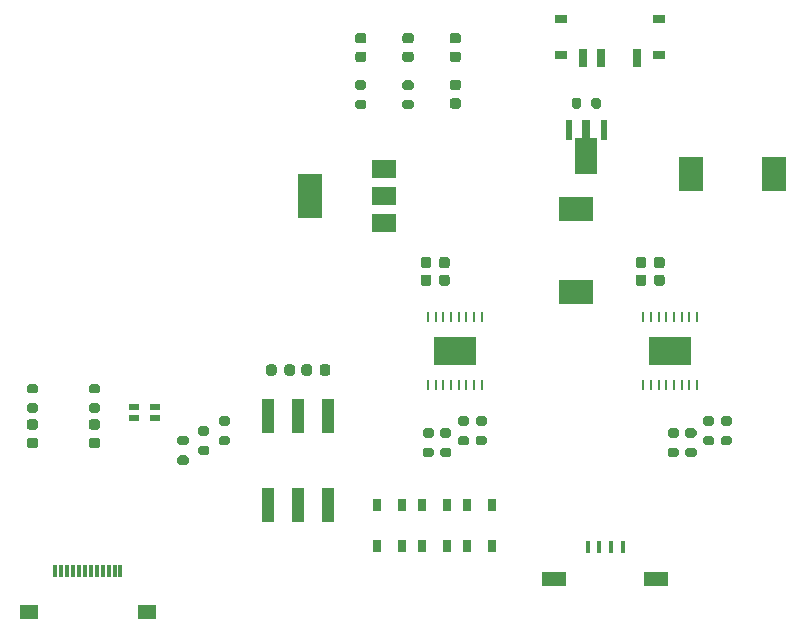
<source format=gbr>
%TF.GenerationSoftware,KiCad,Pcbnew,(5.1.10)-1*%
%TF.CreationDate,2022-02-04T20:39:48+09:00*%
%TF.ProjectId,Power,506f7765-722e-46b6-9963-61645f706362,rev?*%
%TF.SameCoordinates,Original*%
%TF.FileFunction,Paste,Top*%
%TF.FilePolarity,Positive*%
%FSLAX46Y46*%
G04 Gerber Fmt 4.6, Leading zero omitted, Abs format (unit mm)*
G04 Created by KiCad (PCBNEW (5.1.10)-1) date 2022-02-04 20:39:48*
%MOMM*%
%LPD*%
G01*
G04 APERTURE LIST*
%ADD10R,1.000000X0.800000*%
%ADD11R,0.700000X1.500000*%
%ADD12R,0.580000X1.730000*%
%ADD13R,0.760000X1.500000*%
%ADD14R,1.933000X3.030000*%
%ADD15R,2.000000X3.000000*%
%ADD16R,3.000000X2.000000*%
%ADD17R,0.850000X0.500000*%
%ADD18R,2.000000X1.300000*%
%ADD19R,0.400000X1.000000*%
%ADD20R,1.000000X3.000000*%
%ADD21R,0.650000X1.050000*%
%ADD22R,2.000000X3.800000*%
%ADD23R,2.000000X1.500000*%
%ADD24R,3.550000X2.460000*%
%ADD25R,0.290000X0.970000*%
%ADD26R,0.300000X1.000000*%
%ADD27R,1.650000X1.300000*%
G04 APERTURE END LIST*
D10*
%TO.C,SW1*%
X22550000Y23100000D03*
X22550000Y26100000D03*
X14250000Y26100000D03*
X14250000Y23100000D03*
D11*
X20650000Y22850000D03*
X17650000Y22850000D03*
X16150000Y22850000D03*
%TD*%
D12*
%TO.C,Q1*%
X14900000Y16692500D03*
D13*
X16400000Y16807500D03*
D12*
X17900000Y16692500D03*
D14*
X16400000Y14542500D03*
%TD*%
D15*
%TO.C,C15*%
X32250000Y13000000D03*
X25250000Y13000000D03*
%TD*%
D16*
%TO.C,C17*%
X15500000Y3000000D03*
X15500000Y10000000D03*
%TD*%
%TO.C,C7*%
G36*
G01*
X-6825000Y-3350000D02*
X-6825000Y-3850000D01*
G75*
G02*
X-7050000Y-4075000I-225000J0D01*
G01*
X-7500000Y-4075000D01*
G75*
G02*
X-7725000Y-3850000I0J225000D01*
G01*
X-7725000Y-3350000D01*
G75*
G02*
X-7500000Y-3125000I225000J0D01*
G01*
X-7050000Y-3125000D01*
G75*
G02*
X-6825000Y-3350000I0J-225000D01*
G01*
G37*
G36*
G01*
X-5275000Y-3350000D02*
X-5275000Y-3850000D01*
G75*
G02*
X-5500000Y-4075000I-225000J0D01*
G01*
X-5950000Y-4075000D01*
G75*
G02*
X-6175000Y-3850000I0J225000D01*
G01*
X-6175000Y-3350000D01*
G75*
G02*
X-5950000Y-3125000I225000J0D01*
G01*
X-5500000Y-3125000D01*
G75*
G02*
X-5275000Y-3350000I0J-225000D01*
G01*
G37*
%TD*%
%TO.C,C10*%
G36*
G01*
X-9175000Y-3850000D02*
X-9175000Y-3350000D01*
G75*
G02*
X-8950000Y-3125000I225000J0D01*
G01*
X-8500000Y-3125000D01*
G75*
G02*
X-8275000Y-3350000I0J-225000D01*
G01*
X-8275000Y-3850000D01*
G75*
G02*
X-8500000Y-4075000I-225000J0D01*
G01*
X-8950000Y-4075000D01*
G75*
G02*
X-9175000Y-3850000I0J225000D01*
G01*
G37*
G36*
G01*
X-10725000Y-3850000D02*
X-10725000Y-3350000D01*
G75*
G02*
X-10500000Y-3125000I225000J0D01*
G01*
X-10050000Y-3125000D01*
G75*
G02*
X-9825000Y-3350000I0J-225000D01*
G01*
X-9825000Y-3850000D01*
G75*
G02*
X-10050000Y-4075000I-225000J0D01*
G01*
X-10500000Y-4075000D01*
G75*
G02*
X-10725000Y-3850000I0J225000D01*
G01*
G37*
%TD*%
%TO.C,C14*%
G36*
G01*
X23025000Y5750000D02*
X23025000Y5250000D01*
G75*
G02*
X22800000Y5025000I-225000J0D01*
G01*
X22350000Y5025000D01*
G75*
G02*
X22125000Y5250000I0J225000D01*
G01*
X22125000Y5750000D01*
G75*
G02*
X22350000Y5975000I225000J0D01*
G01*
X22800000Y5975000D01*
G75*
G02*
X23025000Y5750000I0J-225000D01*
G01*
G37*
G36*
G01*
X21475000Y5750000D02*
X21475000Y5250000D01*
G75*
G02*
X21250000Y5025000I-225000J0D01*
G01*
X20800000Y5025000D01*
G75*
G02*
X20575000Y5250000I0J225000D01*
G01*
X20575000Y5750000D01*
G75*
G02*
X20800000Y5975000I225000J0D01*
G01*
X21250000Y5975000D01*
G75*
G02*
X21475000Y5750000I0J-225000D01*
G01*
G37*
%TD*%
%TO.C,C16*%
G36*
G01*
X4825000Y5750000D02*
X4825000Y5250000D01*
G75*
G02*
X4600000Y5025000I-225000J0D01*
G01*
X4150000Y5025000D01*
G75*
G02*
X3925000Y5250000I0J225000D01*
G01*
X3925000Y5750000D01*
G75*
G02*
X4150000Y5975000I225000J0D01*
G01*
X4600000Y5975000D01*
G75*
G02*
X4825000Y5750000I0J-225000D01*
G01*
G37*
G36*
G01*
X3275000Y5750000D02*
X3275000Y5250000D01*
G75*
G02*
X3050000Y5025000I-225000J0D01*
G01*
X2600000Y5025000D01*
G75*
G02*
X2375000Y5250000I0J225000D01*
G01*
X2375000Y5750000D01*
G75*
G02*
X2600000Y5975000I225000J0D01*
G01*
X3050000Y5975000D01*
G75*
G02*
X3275000Y5750000I0J-225000D01*
G01*
G37*
%TD*%
%TO.C,C18*%
G36*
G01*
X21475000Y4250000D02*
X21475000Y3750000D01*
G75*
G02*
X21250000Y3525000I-225000J0D01*
G01*
X20800000Y3525000D01*
G75*
G02*
X20575000Y3750000I0J225000D01*
G01*
X20575000Y4250000D01*
G75*
G02*
X20800000Y4475000I225000J0D01*
G01*
X21250000Y4475000D01*
G75*
G02*
X21475000Y4250000I0J-225000D01*
G01*
G37*
G36*
G01*
X23025000Y4250000D02*
X23025000Y3750000D01*
G75*
G02*
X22800000Y3525000I-225000J0D01*
G01*
X22350000Y3525000D01*
G75*
G02*
X22125000Y3750000I0J225000D01*
G01*
X22125000Y4250000D01*
G75*
G02*
X22350000Y4475000I225000J0D01*
G01*
X22800000Y4475000D01*
G75*
G02*
X23025000Y4250000I0J-225000D01*
G01*
G37*
%TD*%
%TO.C,C19*%
G36*
G01*
X4825000Y4250000D02*
X4825000Y3750000D01*
G75*
G02*
X4600000Y3525000I-225000J0D01*
G01*
X4150000Y3525000D01*
G75*
G02*
X3925000Y3750000I0J225000D01*
G01*
X3925000Y4250000D01*
G75*
G02*
X4150000Y4475000I225000J0D01*
G01*
X4600000Y4475000D01*
G75*
G02*
X4825000Y4250000I0J-225000D01*
G01*
G37*
G36*
G01*
X3275000Y4250000D02*
X3275000Y3750000D01*
G75*
G02*
X3050000Y3525000I-225000J0D01*
G01*
X2600000Y3525000D01*
G75*
G02*
X2375000Y3750000I0J225000D01*
G01*
X2375000Y4250000D01*
G75*
G02*
X2600000Y4475000I225000J0D01*
G01*
X3050000Y4475000D01*
G75*
G02*
X3275000Y4250000I0J-225000D01*
G01*
G37*
%TD*%
%TO.C,D2*%
G36*
G01*
X5043750Y23350000D02*
X5556250Y23350000D01*
G75*
G02*
X5775000Y23131250I0J-218750D01*
G01*
X5775000Y22693750D01*
G75*
G02*
X5556250Y22475000I-218750J0D01*
G01*
X5043750Y22475000D01*
G75*
G02*
X4825000Y22693750I0J218750D01*
G01*
X4825000Y23131250D01*
G75*
G02*
X5043750Y23350000I218750J0D01*
G01*
G37*
G36*
G01*
X5043750Y24925000D02*
X5556250Y24925000D01*
G75*
G02*
X5775000Y24706250I0J-218750D01*
G01*
X5775000Y24268750D01*
G75*
G02*
X5556250Y24050000I-218750J0D01*
G01*
X5043750Y24050000D01*
G75*
G02*
X4825000Y24268750I0J218750D01*
G01*
X4825000Y24706250D01*
G75*
G02*
X5043750Y24925000I218750J0D01*
G01*
G37*
%TD*%
%TO.C,D3*%
G36*
G01*
X1043750Y23350000D02*
X1556250Y23350000D01*
G75*
G02*
X1775000Y23131250I0J-218750D01*
G01*
X1775000Y22693750D01*
G75*
G02*
X1556250Y22475000I-218750J0D01*
G01*
X1043750Y22475000D01*
G75*
G02*
X825000Y22693750I0J218750D01*
G01*
X825000Y23131250D01*
G75*
G02*
X1043750Y23350000I218750J0D01*
G01*
G37*
G36*
G01*
X1043750Y24925000D02*
X1556250Y24925000D01*
G75*
G02*
X1775000Y24706250I0J-218750D01*
G01*
X1775000Y24268750D01*
G75*
G02*
X1556250Y24050000I-218750J0D01*
G01*
X1043750Y24050000D01*
G75*
G02*
X825000Y24268750I0J218750D01*
G01*
X825000Y24706250D01*
G75*
G02*
X1043750Y24925000I218750J0D01*
G01*
G37*
%TD*%
%TO.C,D4*%
G36*
G01*
X-2956250Y24925000D02*
X-2443750Y24925000D01*
G75*
G02*
X-2225000Y24706250I0J-218750D01*
G01*
X-2225000Y24268750D01*
G75*
G02*
X-2443750Y24050000I-218750J0D01*
G01*
X-2956250Y24050000D01*
G75*
G02*
X-3175000Y24268750I0J218750D01*
G01*
X-3175000Y24706250D01*
G75*
G02*
X-2956250Y24925000I218750J0D01*
G01*
G37*
G36*
G01*
X-2956250Y23350000D02*
X-2443750Y23350000D01*
G75*
G02*
X-2225000Y23131250I0J-218750D01*
G01*
X-2225000Y22693750D01*
G75*
G02*
X-2443750Y22475000I-218750J0D01*
G01*
X-2956250Y22475000D01*
G75*
G02*
X-3175000Y22693750I0J218750D01*
G01*
X-3175000Y23131250D01*
G75*
G02*
X-2956250Y23350000I218750J0D01*
G01*
G37*
%TD*%
D17*
%TO.C,D5*%
X-21875000Y-6700000D03*
X-20125000Y-6700000D03*
X-20125000Y-7700000D03*
X-21875000Y-7700000D03*
%TD*%
%TO.C,D6*%
G36*
G01*
X-24993750Y-8650000D02*
X-25506250Y-8650000D01*
G75*
G02*
X-25725000Y-8431250I0J218750D01*
G01*
X-25725000Y-7993750D01*
G75*
G02*
X-25506250Y-7775000I218750J0D01*
G01*
X-24993750Y-7775000D01*
G75*
G02*
X-24775000Y-7993750I0J-218750D01*
G01*
X-24775000Y-8431250D01*
G75*
G02*
X-24993750Y-8650000I-218750J0D01*
G01*
G37*
G36*
G01*
X-24993750Y-10225000D02*
X-25506250Y-10225000D01*
G75*
G02*
X-25725000Y-10006250I0J218750D01*
G01*
X-25725000Y-9568750D01*
G75*
G02*
X-25506250Y-9350000I218750J0D01*
G01*
X-24993750Y-9350000D01*
G75*
G02*
X-24775000Y-9568750I0J-218750D01*
G01*
X-24775000Y-10006250D01*
G75*
G02*
X-24993750Y-10225000I-218750J0D01*
G01*
G37*
%TD*%
%TO.C,D7*%
G36*
G01*
X-30243750Y-10225000D02*
X-30756250Y-10225000D01*
G75*
G02*
X-30975000Y-10006250I0J218750D01*
G01*
X-30975000Y-9568750D01*
G75*
G02*
X-30756250Y-9350000I218750J0D01*
G01*
X-30243750Y-9350000D01*
G75*
G02*
X-30025000Y-9568750I0J-218750D01*
G01*
X-30025000Y-10006250D01*
G75*
G02*
X-30243750Y-10225000I-218750J0D01*
G01*
G37*
G36*
G01*
X-30243750Y-8650000D02*
X-30756250Y-8650000D01*
G75*
G02*
X-30975000Y-8431250I0J218750D01*
G01*
X-30975000Y-7993750D01*
G75*
G02*
X-30756250Y-7775000I218750J0D01*
G01*
X-30243750Y-7775000D01*
G75*
G02*
X-30025000Y-7993750I0J-218750D01*
G01*
X-30025000Y-8431250D01*
G75*
G02*
X-30243750Y-8650000I-218750J0D01*
G01*
G37*
%TD*%
D18*
%TO.C,J3*%
X13700000Y-21290000D03*
X22300000Y-21290000D03*
D19*
X16500000Y-18590000D03*
X17500000Y-18590000D03*
X18500000Y-18590000D03*
X19500000Y-18590000D03*
%TD*%
%TO.C,R1*%
G36*
G01*
X15975000Y19275000D02*
X15975000Y18725000D01*
G75*
G02*
X15775000Y18525000I-200000J0D01*
G01*
X15375000Y18525000D01*
G75*
G02*
X15175000Y18725000I0J200000D01*
G01*
X15175000Y19275000D01*
G75*
G02*
X15375000Y19475000I200000J0D01*
G01*
X15775000Y19475000D01*
G75*
G02*
X15975000Y19275000I0J-200000D01*
G01*
G37*
G36*
G01*
X17625000Y19275000D02*
X17625000Y18725000D01*
G75*
G02*
X17425000Y18525000I-200000J0D01*
G01*
X17025000Y18525000D01*
G75*
G02*
X16825000Y18725000I0J200000D01*
G01*
X16825000Y19275000D01*
G75*
G02*
X17025000Y19475000I200000J0D01*
G01*
X17425000Y19475000D01*
G75*
G02*
X17625000Y19275000I0J-200000D01*
G01*
G37*
%TD*%
%TO.C,R2*%
G36*
G01*
X5556250Y18525000D02*
X5043750Y18525000D01*
G75*
G02*
X4825000Y18743750I0J218750D01*
G01*
X4825000Y19181250D01*
G75*
G02*
X5043750Y19400000I218750J0D01*
G01*
X5556250Y19400000D01*
G75*
G02*
X5775000Y19181250I0J-218750D01*
G01*
X5775000Y18743750D01*
G75*
G02*
X5556250Y18525000I-218750J0D01*
G01*
G37*
G36*
G01*
X5556250Y20100000D02*
X5043750Y20100000D01*
G75*
G02*
X4825000Y20318750I0J218750D01*
G01*
X4825000Y20756250D01*
G75*
G02*
X5043750Y20975000I218750J0D01*
G01*
X5556250Y20975000D01*
G75*
G02*
X5775000Y20756250I0J-218750D01*
G01*
X5775000Y20318750D01*
G75*
G02*
X5556250Y20100000I-218750J0D01*
G01*
G37*
%TD*%
%TO.C,R3*%
G36*
G01*
X1575000Y20125000D02*
X1025000Y20125000D01*
G75*
G02*
X825000Y20325000I0J200000D01*
G01*
X825000Y20725000D01*
G75*
G02*
X1025000Y20925000I200000J0D01*
G01*
X1575000Y20925000D01*
G75*
G02*
X1775000Y20725000I0J-200000D01*
G01*
X1775000Y20325000D01*
G75*
G02*
X1575000Y20125000I-200000J0D01*
G01*
G37*
G36*
G01*
X1575000Y18475000D02*
X1025000Y18475000D01*
G75*
G02*
X825000Y18675000I0J200000D01*
G01*
X825000Y19075000D01*
G75*
G02*
X1025000Y19275000I200000J0D01*
G01*
X1575000Y19275000D01*
G75*
G02*
X1775000Y19075000I0J-200000D01*
G01*
X1775000Y18675000D01*
G75*
G02*
X1575000Y18475000I-200000J0D01*
G01*
G37*
%TD*%
%TO.C,R4*%
G36*
G01*
X-2425000Y18475000D02*
X-2975000Y18475000D01*
G75*
G02*
X-3175000Y18675000I0J200000D01*
G01*
X-3175000Y19075000D01*
G75*
G02*
X-2975000Y19275000I200000J0D01*
G01*
X-2425000Y19275000D01*
G75*
G02*
X-2225000Y19075000I0J-200000D01*
G01*
X-2225000Y18675000D01*
G75*
G02*
X-2425000Y18475000I-200000J0D01*
G01*
G37*
G36*
G01*
X-2425000Y20125000D02*
X-2975000Y20125000D01*
G75*
G02*
X-3175000Y20325000I0J200000D01*
G01*
X-3175000Y20725000D01*
G75*
G02*
X-2975000Y20925000I200000J0D01*
G01*
X-2425000Y20925000D01*
G75*
G02*
X-2225000Y20725000I0J-200000D01*
G01*
X-2225000Y20325000D01*
G75*
G02*
X-2425000Y20125000I-200000J0D01*
G01*
G37*
%TD*%
%TO.C,R8*%
G36*
G01*
X24025000Y-9325000D02*
X23475000Y-9325000D01*
G75*
G02*
X23275000Y-9125000I0J200000D01*
G01*
X23275000Y-8725000D01*
G75*
G02*
X23475000Y-8525000I200000J0D01*
G01*
X24025000Y-8525000D01*
G75*
G02*
X24225000Y-8725000I0J-200000D01*
G01*
X24225000Y-9125000D01*
G75*
G02*
X24025000Y-9325000I-200000J0D01*
G01*
G37*
G36*
G01*
X24025000Y-10975000D02*
X23475000Y-10975000D01*
G75*
G02*
X23275000Y-10775000I0J200000D01*
G01*
X23275000Y-10375000D01*
G75*
G02*
X23475000Y-10175000I200000J0D01*
G01*
X24025000Y-10175000D01*
G75*
G02*
X24225000Y-10375000I0J-200000D01*
G01*
X24225000Y-10775000D01*
G75*
G02*
X24025000Y-10975000I-200000J0D01*
G01*
G37*
%TD*%
%TO.C,R9*%
G36*
G01*
X3275000Y-9325000D02*
X2725000Y-9325000D01*
G75*
G02*
X2525000Y-9125000I0J200000D01*
G01*
X2525000Y-8725000D01*
G75*
G02*
X2725000Y-8525000I200000J0D01*
G01*
X3275000Y-8525000D01*
G75*
G02*
X3475000Y-8725000I0J-200000D01*
G01*
X3475000Y-9125000D01*
G75*
G02*
X3275000Y-9325000I-200000J0D01*
G01*
G37*
G36*
G01*
X3275000Y-10975000D02*
X2725000Y-10975000D01*
G75*
G02*
X2525000Y-10775000I0J200000D01*
G01*
X2525000Y-10375000D01*
G75*
G02*
X2725000Y-10175000I200000J0D01*
G01*
X3275000Y-10175000D01*
G75*
G02*
X3475000Y-10375000I0J-200000D01*
G01*
X3475000Y-10775000D01*
G75*
G02*
X3275000Y-10975000I-200000J0D01*
G01*
G37*
%TD*%
%TO.C,R10*%
G36*
G01*
X4775000Y-10975000D02*
X4225000Y-10975000D01*
G75*
G02*
X4025000Y-10775000I0J200000D01*
G01*
X4025000Y-10375000D01*
G75*
G02*
X4225000Y-10175000I200000J0D01*
G01*
X4775000Y-10175000D01*
G75*
G02*
X4975000Y-10375000I0J-200000D01*
G01*
X4975000Y-10775000D01*
G75*
G02*
X4775000Y-10975000I-200000J0D01*
G01*
G37*
G36*
G01*
X4775000Y-9325000D02*
X4225000Y-9325000D01*
G75*
G02*
X4025000Y-9125000I0J200000D01*
G01*
X4025000Y-8725000D01*
G75*
G02*
X4225000Y-8525000I200000J0D01*
G01*
X4775000Y-8525000D01*
G75*
G02*
X4975000Y-8725000I0J-200000D01*
G01*
X4975000Y-9125000D01*
G75*
G02*
X4775000Y-9325000I-200000J0D01*
G01*
G37*
%TD*%
%TO.C,R11*%
G36*
G01*
X-25525000Y-6425000D02*
X-24975000Y-6425000D01*
G75*
G02*
X-24775000Y-6625000I0J-200000D01*
G01*
X-24775000Y-7025000D01*
G75*
G02*
X-24975000Y-7225000I-200000J0D01*
G01*
X-25525000Y-7225000D01*
G75*
G02*
X-25725000Y-7025000I0J200000D01*
G01*
X-25725000Y-6625000D01*
G75*
G02*
X-25525000Y-6425000I200000J0D01*
G01*
G37*
G36*
G01*
X-25525000Y-4775000D02*
X-24975000Y-4775000D01*
G75*
G02*
X-24775000Y-4975000I0J-200000D01*
G01*
X-24775000Y-5375000D01*
G75*
G02*
X-24975000Y-5575000I-200000J0D01*
G01*
X-25525000Y-5575000D01*
G75*
G02*
X-25725000Y-5375000I0J200000D01*
G01*
X-25725000Y-4975000D01*
G75*
G02*
X-25525000Y-4775000I200000J0D01*
G01*
G37*
%TD*%
%TO.C,R12*%
G36*
G01*
X-30775000Y-4775000D02*
X-30225000Y-4775000D01*
G75*
G02*
X-30025000Y-4975000I0J-200000D01*
G01*
X-30025000Y-5375000D01*
G75*
G02*
X-30225000Y-5575000I-200000J0D01*
G01*
X-30775000Y-5575000D01*
G75*
G02*
X-30975000Y-5375000I0J200000D01*
G01*
X-30975000Y-4975000D01*
G75*
G02*
X-30775000Y-4775000I200000J0D01*
G01*
G37*
G36*
G01*
X-30775000Y-6425000D02*
X-30225000Y-6425000D01*
G75*
G02*
X-30025000Y-6625000I0J-200000D01*
G01*
X-30025000Y-7025000D01*
G75*
G02*
X-30225000Y-7225000I-200000J0D01*
G01*
X-30775000Y-7225000D01*
G75*
G02*
X-30975000Y-7025000I0J200000D01*
G01*
X-30975000Y-6625000D01*
G75*
G02*
X-30775000Y-6425000I200000J0D01*
G01*
G37*
%TD*%
%TO.C,R13*%
G36*
G01*
X25525000Y-9325000D02*
X24975000Y-9325000D01*
G75*
G02*
X24775000Y-9125000I0J200000D01*
G01*
X24775000Y-8725000D01*
G75*
G02*
X24975000Y-8525000I200000J0D01*
G01*
X25525000Y-8525000D01*
G75*
G02*
X25725000Y-8725000I0J-200000D01*
G01*
X25725000Y-9125000D01*
G75*
G02*
X25525000Y-9325000I-200000J0D01*
G01*
G37*
G36*
G01*
X25525000Y-10975000D02*
X24975000Y-10975000D01*
G75*
G02*
X24775000Y-10775000I0J200000D01*
G01*
X24775000Y-10375000D01*
G75*
G02*
X24975000Y-10175000I200000J0D01*
G01*
X25525000Y-10175000D01*
G75*
G02*
X25725000Y-10375000I0J-200000D01*
G01*
X25725000Y-10775000D01*
G75*
G02*
X25525000Y-10975000I-200000J0D01*
G01*
G37*
%TD*%
%TO.C,R14*%
G36*
G01*
X5725000Y-7525000D02*
X6275000Y-7525000D01*
G75*
G02*
X6475000Y-7725000I0J-200000D01*
G01*
X6475000Y-8125000D01*
G75*
G02*
X6275000Y-8325000I-200000J0D01*
G01*
X5725000Y-8325000D01*
G75*
G02*
X5525000Y-8125000I0J200000D01*
G01*
X5525000Y-7725000D01*
G75*
G02*
X5725000Y-7525000I200000J0D01*
G01*
G37*
G36*
G01*
X5725000Y-9175000D02*
X6275000Y-9175000D01*
G75*
G02*
X6475000Y-9375000I0J-200000D01*
G01*
X6475000Y-9775000D01*
G75*
G02*
X6275000Y-9975000I-200000J0D01*
G01*
X5725000Y-9975000D01*
G75*
G02*
X5525000Y-9775000I0J200000D01*
G01*
X5525000Y-9375000D01*
G75*
G02*
X5725000Y-9175000I200000J0D01*
G01*
G37*
%TD*%
%TO.C,R15*%
G36*
G01*
X27975000Y-7525000D02*
X28525000Y-7525000D01*
G75*
G02*
X28725000Y-7725000I0J-200000D01*
G01*
X28725000Y-8125000D01*
G75*
G02*
X28525000Y-8325000I-200000J0D01*
G01*
X27975000Y-8325000D01*
G75*
G02*
X27775000Y-8125000I0J200000D01*
G01*
X27775000Y-7725000D01*
G75*
G02*
X27975000Y-7525000I200000J0D01*
G01*
G37*
G36*
G01*
X27975000Y-9175000D02*
X28525000Y-9175000D01*
G75*
G02*
X28725000Y-9375000I0J-200000D01*
G01*
X28725000Y-9775000D01*
G75*
G02*
X28525000Y-9975000I-200000J0D01*
G01*
X27975000Y-9975000D01*
G75*
G02*
X27775000Y-9775000I0J200000D01*
G01*
X27775000Y-9375000D01*
G75*
G02*
X27975000Y-9175000I200000J0D01*
G01*
G37*
%TD*%
%TO.C,R16*%
G36*
G01*
X7225000Y-7525000D02*
X7775000Y-7525000D01*
G75*
G02*
X7975000Y-7725000I0J-200000D01*
G01*
X7975000Y-8125000D01*
G75*
G02*
X7775000Y-8325000I-200000J0D01*
G01*
X7225000Y-8325000D01*
G75*
G02*
X7025000Y-8125000I0J200000D01*
G01*
X7025000Y-7725000D01*
G75*
G02*
X7225000Y-7525000I200000J0D01*
G01*
G37*
G36*
G01*
X7225000Y-9175000D02*
X7775000Y-9175000D01*
G75*
G02*
X7975000Y-9375000I0J-200000D01*
G01*
X7975000Y-9775000D01*
G75*
G02*
X7775000Y-9975000I-200000J0D01*
G01*
X7225000Y-9975000D01*
G75*
G02*
X7025000Y-9775000I0J200000D01*
G01*
X7025000Y-9375000D01*
G75*
G02*
X7225000Y-9175000I200000J0D01*
G01*
G37*
%TD*%
%TO.C,R17*%
G36*
G01*
X-14525000Y-9175000D02*
X-13975000Y-9175000D01*
G75*
G02*
X-13775000Y-9375000I0J-200000D01*
G01*
X-13775000Y-9775000D01*
G75*
G02*
X-13975000Y-9975000I-200000J0D01*
G01*
X-14525000Y-9975000D01*
G75*
G02*
X-14725000Y-9775000I0J200000D01*
G01*
X-14725000Y-9375000D01*
G75*
G02*
X-14525000Y-9175000I200000J0D01*
G01*
G37*
G36*
G01*
X-14525000Y-7525000D02*
X-13975000Y-7525000D01*
G75*
G02*
X-13775000Y-7725000I0J-200000D01*
G01*
X-13775000Y-8125000D01*
G75*
G02*
X-13975000Y-8325000I-200000J0D01*
G01*
X-14525000Y-8325000D01*
G75*
G02*
X-14725000Y-8125000I0J200000D01*
G01*
X-14725000Y-7725000D01*
G75*
G02*
X-14525000Y-7525000I200000J0D01*
G01*
G37*
%TD*%
%TO.C,R18*%
G36*
G01*
X-16275000Y-8375000D02*
X-15725000Y-8375000D01*
G75*
G02*
X-15525000Y-8575000I0J-200000D01*
G01*
X-15525000Y-8975000D01*
G75*
G02*
X-15725000Y-9175000I-200000J0D01*
G01*
X-16275000Y-9175000D01*
G75*
G02*
X-16475000Y-8975000I0J200000D01*
G01*
X-16475000Y-8575000D01*
G75*
G02*
X-16275000Y-8375000I200000J0D01*
G01*
G37*
G36*
G01*
X-16275000Y-10025000D02*
X-15725000Y-10025000D01*
G75*
G02*
X-15525000Y-10225000I0J-200000D01*
G01*
X-15525000Y-10625000D01*
G75*
G02*
X-15725000Y-10825000I-200000J0D01*
G01*
X-16275000Y-10825000D01*
G75*
G02*
X-16475000Y-10625000I0J200000D01*
G01*
X-16475000Y-10225000D01*
G75*
G02*
X-16275000Y-10025000I200000J0D01*
G01*
G37*
%TD*%
%TO.C,R19*%
G36*
G01*
X-18025000Y-9175000D02*
X-17475000Y-9175000D01*
G75*
G02*
X-17275000Y-9375000I0J-200000D01*
G01*
X-17275000Y-9775000D01*
G75*
G02*
X-17475000Y-9975000I-200000J0D01*
G01*
X-18025000Y-9975000D01*
G75*
G02*
X-18225000Y-9775000I0J200000D01*
G01*
X-18225000Y-9375000D01*
G75*
G02*
X-18025000Y-9175000I200000J0D01*
G01*
G37*
G36*
G01*
X-18025000Y-10825000D02*
X-17475000Y-10825000D01*
G75*
G02*
X-17275000Y-11025000I0J-200000D01*
G01*
X-17275000Y-11425000D01*
G75*
G02*
X-17475000Y-11625000I-200000J0D01*
G01*
X-18025000Y-11625000D01*
G75*
G02*
X-18225000Y-11425000I0J200000D01*
G01*
X-18225000Y-11025000D01*
G75*
G02*
X-18025000Y-10825000I200000J0D01*
G01*
G37*
%TD*%
%TO.C,R20*%
G36*
G01*
X26475000Y-7525000D02*
X27025000Y-7525000D01*
G75*
G02*
X27225000Y-7725000I0J-200000D01*
G01*
X27225000Y-8125000D01*
G75*
G02*
X27025000Y-8325000I-200000J0D01*
G01*
X26475000Y-8325000D01*
G75*
G02*
X26275000Y-8125000I0J200000D01*
G01*
X26275000Y-7725000D01*
G75*
G02*
X26475000Y-7525000I200000J0D01*
G01*
G37*
G36*
G01*
X26475000Y-9175000D02*
X27025000Y-9175000D01*
G75*
G02*
X27225000Y-9375000I0J-200000D01*
G01*
X27225000Y-9775000D01*
G75*
G02*
X27025000Y-9975000I-200000J0D01*
G01*
X26475000Y-9975000D01*
G75*
G02*
X26275000Y-9775000I0J200000D01*
G01*
X26275000Y-9375000D01*
G75*
G02*
X26475000Y-9175000I200000J0D01*
G01*
G37*
%TD*%
D20*
%TO.C,SW2*%
X-5460000Y-7500000D03*
X-10540000Y-15000000D03*
X-8000000Y-15000000D03*
X-10540000Y-7500000D03*
X-5460000Y-15000000D03*
X-8000000Y-7500000D03*
%TD*%
D21*
%TO.C,SW3*%
X8400000Y-15067500D03*
X8400000Y-18532500D03*
X6300000Y-15067500D03*
X6300000Y-18532500D03*
%TD*%
%TO.C,SW4*%
X2500000Y-18532500D03*
X2500000Y-15067500D03*
X4600000Y-18532500D03*
X4600000Y-15067500D03*
%TD*%
%TO.C,SW5*%
X800000Y-15017500D03*
X800000Y-18482500D03*
X-1300000Y-15017500D03*
X-1300000Y-18482500D03*
%TD*%
D22*
%TO.C,U2*%
X-7000000Y11150000D03*
D23*
X-700000Y11150000D03*
X-700000Y13450000D03*
X-700000Y8850000D03*
%TD*%
D24*
%TO.C,U3*%
X23500000Y-2000000D03*
D25*
X21225000Y860000D03*
X21875000Y860000D03*
X22525000Y860000D03*
X23175000Y860000D03*
X23825000Y860000D03*
X24475000Y860000D03*
X25125000Y860000D03*
X25775000Y860000D03*
X25775000Y-4860000D03*
X25125000Y-4860000D03*
X24475000Y-4860000D03*
X23825000Y-4860000D03*
X23175000Y-4860000D03*
X22525000Y-4860000D03*
X21875000Y-4860000D03*
X21225000Y-4860000D03*
%TD*%
D24*
%TO.C,U4*%
X5250000Y-2000000D03*
D25*
X2975000Y860000D03*
X3625000Y860000D03*
X4275000Y860000D03*
X4925000Y860000D03*
X5575000Y860000D03*
X6225000Y860000D03*
X6875000Y860000D03*
X7525000Y860000D03*
X7525000Y-4860000D03*
X6875000Y-4860000D03*
X6225000Y-4860000D03*
X5575000Y-4860000D03*
X4925000Y-4860000D03*
X4275000Y-4860000D03*
X3625000Y-4860000D03*
X2975000Y-4860000D03*
%TD*%
D26*
%TO.C,J4*%
X-28550000Y-20650000D03*
X-28050000Y-20650000D03*
X-27550000Y-20650000D03*
X-27050000Y-20650000D03*
X-26550000Y-20650000D03*
X-26050000Y-20650000D03*
X-25550000Y-20650000D03*
X-25050000Y-20650000D03*
X-24550000Y-20650000D03*
X-24050000Y-20650000D03*
X-23550000Y-20650000D03*
X-23050000Y-20650000D03*
D27*
X-30800000Y-24100000D03*
X-20800000Y-24100000D03*
%TD*%
M02*

</source>
